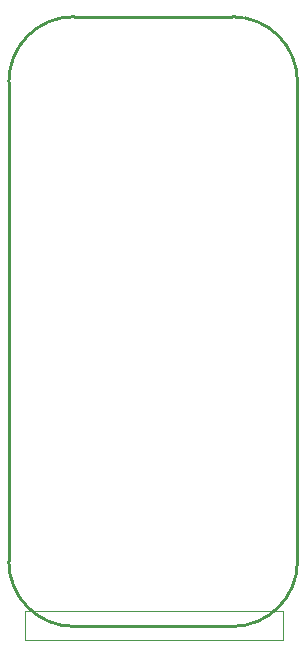
<source format=gko>
G04 Layer: BoardOutlineLayer*
G04 EasyEDA Pro v1.9.26, 2023-01-09 17:51:20*
G04 Gerber Generator version 0.3*
G04 Scale: 100 percent, Rotated: No, Reflected: No*
G04 Dimensions in millimeters*
G04 Leading zeros omitted, absolute positions, 3 integers and 3 decimals*
%FSLAX33Y33*%
%MOMM*%
%ADD10C,0.254*%
%ADD11C,0.0254*%
G75*


G04 Rect Start*
G54D10*
G01X104916Y21483D02*
G01X104916Y-19143D01*
G03X110415Y-24641I5498J0D01*
G01X123855D01*
G03X129354Y-19143I0J5498D01*
G01Y21483D01*
G03X123855Y26981I-5498J0D01*
G01X110415D01*
G03X104916Y21483I0J-5498D01*
G54D11*
G01X106270Y-23346D02*
G01X106270Y-25810D01*
G01X128155D01*
G01Y-23346D01*
G01X106270D01*
G04 Rect End*

M02*

</source>
